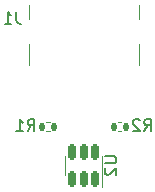
<source format=gbo>
%TF.GenerationSoftware,KiCad,Pcbnew,(7.0.0)*%
%TF.CreationDate,2023-06-19T20:50:28+08:00*%
%TF.ProjectId,87keyboard,38376b65-7962-46f6-9172-642e6b696361,rev?*%
%TF.SameCoordinates,Original*%
%TF.FileFunction,Legend,Bot*%
%TF.FilePolarity,Positive*%
%FSLAX46Y46*%
G04 Gerber Fmt 4.6, Leading zero omitted, Abs format (unit mm)*
G04 Created by KiCad (PCBNEW (7.0.0)) date 2023-06-19 20:50:28*
%MOMM*%
%LPD*%
G01*
G04 APERTURE LIST*
G04 Aperture macros list*
%AMRoundRect*
0 Rectangle with rounded corners*
0 $1 Rounding radius*
0 $2 $3 $4 $5 $6 $7 $8 $9 X,Y pos of 4 corners*
0 Add a 4 corners polygon primitive as box body*
4,1,4,$2,$3,$4,$5,$6,$7,$8,$9,$2,$3,0*
0 Add four circle primitives for the rounded corners*
1,1,$1+$1,$2,$3*
1,1,$1+$1,$4,$5*
1,1,$1+$1,$6,$7*
1,1,$1+$1,$8,$9*
0 Add four rect primitives between the rounded corners*
20,1,$1+$1,$2,$3,$4,$5,0*
20,1,$1+$1,$4,$5,$6,$7,0*
20,1,$1+$1,$6,$7,$8,$9,0*
20,1,$1+$1,$8,$9,$2,$3,0*%
G04 Aperture macros list end*
%ADD10C,0.150000*%
%ADD11C,0.120000*%
%ADD12C,4.400000*%
%ADD13R,1.700000X1.700000*%
%ADD14O,1.700000X1.700000*%
%ADD15C,1.750000*%
%ADD16C,4.250000*%
%ADD17C,3.987800*%
%ADD18C,2.000000*%
%ADD19RoundRect,0.135000X-0.135000X-0.185000X0.135000X-0.185000X0.135000X0.185000X-0.135000X0.185000X0*%
%ADD20C,0.650000*%
%ADD21R,0.600000X1.150000*%
%ADD22R,0.300000X1.150000*%
%ADD23O,1.000000X1.800000*%
%ADD24O,1.000000X2.100000*%
%ADD25C,3.048000*%
%ADD26RoundRect,0.150000X0.150000X-0.512500X0.150000X0.512500X-0.150000X0.512500X-0.150000X-0.512500X0*%
%ADD27RoundRect,0.135000X0.135000X0.185000X-0.135000X0.185000X-0.135000X-0.185000X0.135000X-0.185000X0*%
G04 APERTURE END LIST*
D10*
%TO.C,R1*%
X150184473Y-23115908D02*
X150517806Y-22639718D01*
X150755901Y-23115908D02*
X150755901Y-22115908D01*
X150755901Y-22115908D02*
X150374949Y-22115908D01*
X150374949Y-22115908D02*
X150279711Y-22163528D01*
X150279711Y-22163528D02*
X150232092Y-22211147D01*
X150232092Y-22211147D02*
X150184473Y-22306385D01*
X150184473Y-22306385D02*
X150184473Y-22449242D01*
X150184473Y-22449242D02*
X150232092Y-22544480D01*
X150232092Y-22544480D02*
X150279711Y-22592099D01*
X150279711Y-22592099D02*
X150374949Y-22639718D01*
X150374949Y-22639718D02*
X150755901Y-22639718D01*
X149232092Y-23115908D02*
X149803520Y-23115908D01*
X149517806Y-23115908D02*
X149517806Y-22115908D01*
X149517806Y-22115908D02*
X149613044Y-22258766D01*
X149613044Y-22258766D02*
X149708282Y-22354004D01*
X149708282Y-22354004D02*
X149803520Y-22401623D01*
%TO.C,J1*%
X149240831Y-13019880D02*
X149240831Y-13734166D01*
X149240831Y-13734166D02*
X149288450Y-13877023D01*
X149288450Y-13877023D02*
X149383688Y-13972261D01*
X149383688Y-13972261D02*
X149526545Y-14019880D01*
X149526545Y-14019880D02*
X149621783Y-14019880D01*
X148240831Y-14019880D02*
X148812259Y-14019880D01*
X148526545Y-14019880D02*
X148526545Y-13019880D01*
X148526545Y-13019880D02*
X148621783Y-13162738D01*
X148621783Y-13162738D02*
X148717021Y-13257976D01*
X148717021Y-13257976D02*
X148812259Y-13305595D01*
%TO.C,U2*%
X156707380Y-25273095D02*
X157516904Y-25273095D01*
X157516904Y-25273095D02*
X157612142Y-25320714D01*
X157612142Y-25320714D02*
X157659761Y-25368333D01*
X157659761Y-25368333D02*
X157707380Y-25463571D01*
X157707380Y-25463571D02*
X157707380Y-25654047D01*
X157707380Y-25654047D02*
X157659761Y-25749285D01*
X157659761Y-25749285D02*
X157612142Y-25796904D01*
X157612142Y-25796904D02*
X157516904Y-25844523D01*
X157516904Y-25844523D02*
X156707380Y-25844523D01*
X156802619Y-26273095D02*
X156755000Y-26320714D01*
X156755000Y-26320714D02*
X156707380Y-26415952D01*
X156707380Y-26415952D02*
X156707380Y-26654047D01*
X156707380Y-26654047D02*
X156755000Y-26749285D01*
X156755000Y-26749285D02*
X156802619Y-26796904D01*
X156802619Y-26796904D02*
X156897857Y-26844523D01*
X156897857Y-26844523D02*
X156993095Y-26844523D01*
X156993095Y-26844523D02*
X157135952Y-26796904D01*
X157135952Y-26796904D02*
X157707380Y-26225476D01*
X157707380Y-26225476D02*
X157707380Y-26844523D01*
%TO.C,R2*%
X160045773Y-23126164D02*
X160379106Y-22649974D01*
X160617201Y-23126164D02*
X160617201Y-22126164D01*
X160617201Y-22126164D02*
X160236249Y-22126164D01*
X160236249Y-22126164D02*
X160141011Y-22173784D01*
X160141011Y-22173784D02*
X160093392Y-22221403D01*
X160093392Y-22221403D02*
X160045773Y-22316641D01*
X160045773Y-22316641D02*
X160045773Y-22459498D01*
X160045773Y-22459498D02*
X160093392Y-22554736D01*
X160093392Y-22554736D02*
X160141011Y-22602355D01*
X160141011Y-22602355D02*
X160236249Y-22649974D01*
X160236249Y-22649974D02*
X160617201Y-22649974D01*
X159664820Y-22221403D02*
X159617201Y-22173784D01*
X159617201Y-22173784D02*
X159521963Y-22126164D01*
X159521963Y-22126164D02*
X159283868Y-22126164D01*
X159283868Y-22126164D02*
X159188630Y-22173784D01*
X159188630Y-22173784D02*
X159141011Y-22221403D01*
X159141011Y-22221403D02*
X159093392Y-22316641D01*
X159093392Y-22316641D02*
X159093392Y-22411879D01*
X159093392Y-22411879D02*
X159141011Y-22554736D01*
X159141011Y-22554736D02*
X159712439Y-23126164D01*
X159712439Y-23126164D02*
X159093392Y-23126164D01*
D11*
%TO.C,R1*%
X151769166Y-22368528D02*
X152076448Y-22368528D01*
X151769166Y-23128528D02*
X152076448Y-23128528D01*
%TO.C,J1*%
X150269998Y-13616250D02*
X150269998Y-12466250D01*
X150269998Y-15716250D02*
X150269998Y-17516250D01*
X159609998Y-13616250D02*
X159609998Y-12466250D01*
X159609998Y-15716250D02*
X159609998Y-17516250D01*
%TO.C,U2*%
X153380000Y-26035000D02*
X153380000Y-26835000D01*
X153380000Y-26035000D02*
X153380000Y-25235000D01*
X156500000Y-26035000D02*
X156500000Y-27835000D01*
X156500000Y-26035000D02*
X156500000Y-25235000D01*
%TO.C,R2*%
X158127748Y-23138784D02*
X157820466Y-23138784D01*
X158127748Y-22378784D02*
X157820466Y-22378784D01*
%TD*%
%LPC*%
D12*
%TO.C,H4*%
X169227500Y-125840000D03*
%TD*%
%TO.C,H5*%
X288290000Y-125840000D03*
%TD*%
%TO.C,H1*%
X334527500Y-68540000D03*
%TD*%
%TO.C,H7*%
X331152500Y-29115000D03*
%TD*%
%TO.C,H8*%
X240665000Y-29115000D03*
%TD*%
D13*
%TO.C,J4*%
X71596249Y-22214999D03*
D14*
X71596249Y-19674999D03*
X71596249Y-17134999D03*
X71596249Y-14594999D03*
%TD*%
D12*
%TO.C,H9*%
X71596250Y-29115000D03*
%TD*%
%TO.C,H6*%
X20065000Y-106840000D03*
%TD*%
%TO.C,H3*%
X231140000Y-87640000D03*
%TD*%
%TO.C,H10*%
X178752500Y-34115000D03*
%TD*%
%TO.C,H2*%
X98927500Y-68540000D03*
%TD*%
D13*
%TO.C,J2*%
X15239999Y-32861249D03*
D14*
X15239999Y-35401249D03*
X15239999Y-37941249D03*
X15239999Y-40481249D03*
%TD*%
D13*
%TO.C,J3*%
X14922499Y-87312499D03*
D14*
X14922499Y-89852499D03*
X14922499Y-92392499D03*
X14922499Y-94932499D03*
X14922499Y-97472499D03*
X14922499Y-100012499D03*
X14922499Y-102552499D03*
X14922499Y-105092499D03*
%TD*%
D13*
%TO.C,X1*%
X30162499Y-117474999D03*
D14*
X27622499Y-117474999D03*
X30162499Y-114934999D03*
X27622499Y-114934999D03*
X30162499Y-112394999D03*
X27622499Y-112394999D03*
X30162499Y-109854999D03*
X27622499Y-109854999D03*
X30162499Y-107314999D03*
X27622499Y-107314999D03*
%TD*%
D15*
%TO.C,MX66*%
X107632500Y-21590000D03*
D16*
X102552500Y-26670000D03*
D17*
X102552500Y-21590000D03*
D15*
X97472500Y-21590000D03*
%TD*%
%TO.C,MX3*%
X350520000Y-69215000D03*
D16*
X345440000Y-74295000D03*
D17*
X345440000Y-69215000D03*
D15*
X340360000Y-69215000D03*
%TD*%
%TO.C,MX79*%
X45720000Y-21590000D03*
D16*
X40640000Y-26670000D03*
D17*
X40640000Y-21590000D03*
D15*
X35560000Y-21590000D03*
%TD*%
%TO.C,MX63*%
X131445000Y-88265000D03*
D16*
X126365000Y-93345000D03*
D17*
X126365000Y-88265000D03*
D15*
X121285000Y-88265000D03*
%TD*%
%TO.C,MX8*%
X326707500Y-69215000D03*
D16*
X321627500Y-74295000D03*
D17*
X321627500Y-69215000D03*
D15*
X316547500Y-69215000D03*
%TD*%
%TO.C,MX68*%
X117157500Y-69215000D03*
D16*
X112077500Y-74295000D03*
D17*
X112077500Y-69215000D03*
D15*
X106997500Y-69215000D03*
%TD*%
%TO.C,MX84*%
X26670000Y-21590000D03*
D16*
X21590000Y-26670000D03*
D17*
X21590000Y-21590000D03*
D15*
X16510000Y-21590000D03*
%TD*%
D18*
%TO.C,FID5*%
X356552500Y-35877500D03*
%TD*%
D15*
%TO.C,MX19*%
X288607500Y-69215000D03*
D16*
X283527500Y-74295000D03*
D17*
X283527500Y-69215000D03*
D15*
X278447500Y-69215000D03*
%TD*%
D19*
%TO.C,R1*%
X151412807Y-22748528D03*
X152432807Y-22748528D03*
%TD*%
D15*
%TO.C,MX4*%
X348138750Y-88265000D03*
D16*
X343058750Y-93345000D03*
D17*
X343058750Y-88265000D03*
D15*
X337978750Y-88265000D03*
%TD*%
%TO.C,MX45*%
X193357500Y-69215000D03*
D16*
X188277500Y-74295000D03*
D17*
X188277500Y-69215000D03*
D15*
X183197500Y-69215000D03*
%TD*%
%TO.C,MX27*%
X260032500Y-21590000D03*
D16*
X254952500Y-26670000D03*
D17*
X254952500Y-21590000D03*
D15*
X249872500Y-21590000D03*
%TD*%
%TO.C,MX75*%
X64770000Y-21590000D03*
D16*
X59690000Y-26670000D03*
D17*
X59690000Y-21590000D03*
D15*
X54610000Y-21590000D03*
%TD*%
%TO.C,MX33*%
X231457500Y-21590000D03*
D16*
X226377500Y-26670000D03*
D17*
X226377500Y-21590000D03*
D15*
X221297500Y-21590000D03*
%TD*%
%TO.C,MX23*%
X279082500Y-50165000D03*
D16*
X274002500Y-55245000D03*
D17*
X274002500Y-50165000D03*
D15*
X268922500Y-50165000D03*
%TD*%
%TO.C,MX52*%
X179070000Y-107315000D03*
D16*
X173990000Y-112395000D03*
D17*
X173990000Y-107315000D03*
D15*
X168910000Y-107315000D03*
%TD*%
%TO.C,MX30*%
X245745000Y-88265000D03*
D16*
X240665000Y-93345000D03*
D17*
X240665000Y-88265000D03*
D15*
X235585000Y-88265000D03*
%TD*%
%TO.C,MX42*%
X217170000Y-107315000D03*
D16*
X212090000Y-112395000D03*
D17*
X212090000Y-107315000D03*
D15*
X207010000Y-107315000D03*
%TD*%
D20*
%TO.C,J1*%
X152049998Y-18321250D03*
X157829998Y-18321250D03*
D21*
X151739997Y-19396249D03*
X152539997Y-19396249D03*
D22*
X153689997Y-19396249D03*
X154689997Y-19396249D03*
X155189997Y-19396249D03*
X156189997Y-19396249D03*
D21*
X157339997Y-19396249D03*
X158139997Y-19396249D03*
X158139997Y-19396249D03*
X157339997Y-19396249D03*
D22*
X156689997Y-19396249D03*
X155689997Y-19396249D03*
X154189997Y-19396249D03*
X153189997Y-19396249D03*
D21*
X152539997Y-19396249D03*
X151739997Y-19396249D03*
D23*
X150619997Y-14641249D03*
D24*
X150619997Y-18821249D03*
D23*
X159259997Y-14641249D03*
D24*
X159259997Y-18821249D03*
%TD*%
D15*
%TO.C,MX16*%
X305276250Y-126365000D03*
D16*
X300196250Y-131445000D03*
D17*
X300196250Y-126365000D03*
D15*
X295116250Y-126365000D03*
%TD*%
%TO.C,MX64*%
X140970000Y-107315000D03*
D16*
X135890000Y-112395000D03*
D17*
X135890000Y-107315000D03*
D15*
X130810000Y-107315000D03*
%TD*%
%TO.C,MX87*%
X26670000Y-126365000D03*
D16*
X21590000Y-131445000D03*
D17*
X21590000Y-126365000D03*
D15*
X16510000Y-126365000D03*
%TD*%
%TO.C,MX44*%
X202882500Y-50165000D03*
D16*
X197802500Y-55245000D03*
D17*
X197802500Y-50165000D03*
D15*
X192722500Y-50165000D03*
%TD*%
%TO.C,MX38*%
X212407500Y-21590000D03*
D16*
X207327500Y-26670000D03*
D17*
X207327500Y-21590000D03*
D15*
X202247500Y-21590000D03*
%TD*%
%TO.C,MX35*%
X231457500Y-69215000D03*
D16*
X226377500Y-74295000D03*
D17*
X226377500Y-69215000D03*
D15*
X221297500Y-69215000D03*
%TD*%
%TO.C,MX14*%
X302895000Y-88265000D03*
D16*
X297815000Y-93345000D03*
D17*
X297815000Y-88265000D03*
D15*
X292735000Y-88265000D03*
%TD*%
%TO.C,MX82*%
X45720000Y-107315000D03*
D16*
X40640000Y-112395000D03*
D17*
X40640000Y-107315000D03*
D15*
X35560000Y-107315000D03*
%TD*%
D17*
%TO.C,MX5*%
X350234250Y-115570000D03*
D25*
X350234250Y-100330000D03*
D15*
X343376250Y-107315000D03*
D16*
X338296250Y-112395000D03*
D17*
X338296250Y-107315000D03*
D15*
X333216250Y-107315000D03*
D17*
X326358250Y-115570000D03*
D25*
X326358250Y-100330000D03*
%TD*%
D15*
%TO.C,MX26*%
X274320000Y-107315000D03*
D16*
X269240000Y-112395000D03*
D17*
X269240000Y-107315000D03*
D15*
X264160000Y-107315000D03*
%TD*%
%TO.C,MX80*%
X45720000Y-50165000D03*
D16*
X40640000Y-55245000D03*
D17*
X40640000Y-50165000D03*
D15*
X35560000Y-50165000D03*
%TD*%
%TO.C,MX59*%
X138588750Y-126365000D03*
D16*
X133508750Y-131445000D03*
D17*
X133508750Y-126365000D03*
D15*
X128428750Y-126365000D03*
%TD*%
%TO.C,MX48*%
X174307500Y-21590000D03*
D16*
X169227500Y-26670000D03*
D17*
X169227500Y-21590000D03*
D15*
X164147500Y-21590000D03*
%TD*%
%TO.C,MX46*%
X188595000Y-88265000D03*
D16*
X183515000Y-93345000D03*
D17*
X183515000Y-88265000D03*
D15*
X178435000Y-88265000D03*
%TD*%
%TO.C,MX71*%
X93345000Y-69215000D03*
D16*
X88265000Y-74295000D03*
D17*
X88265000Y-69215000D03*
D15*
X83185000Y-69215000D03*
%TD*%
%TO.C,MX22*%
X279082500Y-21590000D03*
D16*
X274002500Y-26670000D03*
D17*
X274002500Y-21590000D03*
D15*
X268922500Y-21590000D03*
%TD*%
%TO.C,MX39*%
X221932500Y-50165000D03*
D16*
X216852500Y-55245000D03*
D17*
X216852500Y-50165000D03*
D15*
X211772500Y-50165000D03*
%TD*%
D26*
%TO.C,U2*%
X155890000Y-27172500D03*
X154940000Y-27172500D03*
X153990000Y-27172500D03*
X153990000Y-24897500D03*
X154940000Y-24897500D03*
X155890000Y-24897500D03*
%TD*%
D15*
%TO.C,MX11*%
X317182500Y-21590000D03*
D16*
X312102500Y-26670000D03*
D17*
X312102500Y-21590000D03*
D15*
X307022500Y-21590000D03*
%TD*%
%TO.C,MX25*%
X264795000Y-88265000D03*
D16*
X259715000Y-93345000D03*
D17*
X259715000Y-88265000D03*
D15*
X254635000Y-88265000D03*
%TD*%
%TO.C,MX6*%
X352901250Y-126365000D03*
D16*
X347821250Y-131445000D03*
D17*
X347821250Y-126365000D03*
D15*
X342741250Y-126365000D03*
%TD*%
%TO.C,MX31*%
X255270000Y-107315000D03*
D16*
X250190000Y-112395000D03*
D17*
X250190000Y-107315000D03*
D15*
X245110000Y-107315000D03*
%TD*%
%TO.C,MX37*%
X236220000Y-107315000D03*
D16*
X231140000Y-112395000D03*
D17*
X231140000Y-107315000D03*
D15*
X226060000Y-107315000D03*
%TD*%
%TO.C,MX40*%
X212407500Y-69215000D03*
D16*
X207327500Y-74295000D03*
D17*
X207327500Y-69215000D03*
D15*
X202247500Y-69215000D03*
%TD*%
%TO.C,MX9*%
X321945000Y-88265000D03*
D16*
X316865000Y-93345000D03*
D17*
X316865000Y-88265000D03*
D15*
X311785000Y-88265000D03*
%TD*%
D18*
%TO.C,FID4*%
X50165000Y-17621250D03*
%TD*%
D15*
%TO.C,MX81*%
X45720000Y-69215000D03*
D16*
X40640000Y-74295000D03*
D17*
X40640000Y-69215000D03*
D15*
X35560000Y-69215000D03*
%TD*%
D17*
%TO.C,MX72*%
X107346750Y-96513050D03*
D25*
X107346750Y-81273050D03*
D15*
X100488750Y-88258050D03*
D16*
X95408750Y-93338050D03*
D17*
X95408750Y-88258050D03*
D15*
X90328750Y-88258050D03*
D17*
X83470750Y-96513050D03*
D25*
X83470750Y-81273050D03*
%TD*%
D15*
%TO.C,MX13*%
X307657500Y-69215000D03*
D16*
X302577500Y-74295000D03*
D17*
X302577500Y-69215000D03*
D15*
X297497500Y-69215000D03*
%TD*%
%TO.C,MX60*%
X126682500Y-21590000D03*
D16*
X121602500Y-26670000D03*
D17*
X121602500Y-21590000D03*
D15*
X116522500Y-21590000D03*
%TD*%
%TO.C,MX77*%
X64770000Y-69215000D03*
D16*
X59690000Y-74295000D03*
D17*
X59690000Y-69215000D03*
D15*
X54610000Y-69215000D03*
%TD*%
%TO.C,MX58*%
X160020000Y-107315000D03*
D16*
X154940000Y-112395000D03*
D17*
X154940000Y-107315000D03*
D15*
X149860000Y-107315000D03*
%TD*%
%TO.C,MX56*%
X155257500Y-69215000D03*
D16*
X150177500Y-74295000D03*
D17*
X150177500Y-69215000D03*
D15*
X145097500Y-69215000D03*
%TD*%
%TO.C,MX36*%
X226695000Y-88265000D03*
D16*
X221615000Y-93345000D03*
D17*
X221615000Y-88265000D03*
D15*
X216535000Y-88265000D03*
%TD*%
D17*
%TO.C,MX73*%
X112109250Y-115570000D03*
D25*
X112109250Y-100330000D03*
D15*
X105251250Y-107315000D03*
D16*
X100171250Y-112395000D03*
D17*
X100171250Y-107315000D03*
D15*
X95091250Y-107315000D03*
D17*
X88233250Y-115570000D03*
D25*
X88233250Y-100330000D03*
%TD*%
D15*
%TO.C,MX54*%
X145732500Y-21590000D03*
D16*
X140652500Y-26670000D03*
D17*
X140652500Y-21590000D03*
D15*
X135572500Y-21590000D03*
%TD*%
%TO.C,MX74*%
X90963750Y-126365000D03*
D16*
X85883750Y-131445000D03*
D17*
X85883750Y-126365000D03*
D15*
X80803750Y-126365000D03*
%TD*%
%TO.C,MX2*%
X355282500Y-50165000D03*
D16*
X350202500Y-55245000D03*
D17*
X350202500Y-50165000D03*
D15*
X345122500Y-50165000D03*
%TD*%
D27*
%TO.C,R2*%
X158484107Y-22758784D03*
X157464107Y-22758784D03*
%TD*%
D15*
%TO.C,MX49*%
X183832500Y-50165000D03*
D16*
X178752500Y-55245000D03*
D17*
X178752500Y-50165000D03*
D15*
X173672500Y-50165000D03*
%TD*%
%TO.C,MX10*%
X329088750Y-126365000D03*
D16*
X324008750Y-131445000D03*
D17*
X324008750Y-126365000D03*
D15*
X318928750Y-126365000D03*
%TD*%
%TO.C,MX34*%
X240982500Y-50165000D03*
D16*
X235902500Y-55245000D03*
D17*
X235902500Y-50165000D03*
D15*
X230822500Y-50165000D03*
%TD*%
%TO.C,MX85*%
X26670000Y-50165000D03*
D16*
X21590000Y-55245000D03*
D17*
X21590000Y-50165000D03*
D15*
X16510000Y-50165000D03*
%TD*%
D17*
%TO.C,MX32*%
X278758650Y-134613050D03*
D25*
X278758650Y-119373050D03*
D15*
X233838750Y-126358050D03*
D16*
X228758750Y-131438050D03*
D17*
X228758750Y-126358050D03*
D15*
X223678750Y-126358050D03*
D17*
X178758850Y-134613050D03*
D25*
X178758850Y-119373050D03*
%TD*%
D15*
%TO.C,MX43*%
X193357500Y-21590000D03*
D16*
X188277500Y-26670000D03*
D17*
X188277500Y-21590000D03*
D15*
X183197500Y-21590000D03*
%TD*%
%TO.C,MX21*%
X293370000Y-107315000D03*
D16*
X288290000Y-112395000D03*
D17*
X288290000Y-107315000D03*
D15*
X283210000Y-107315000D03*
%TD*%
%TO.C,MX15*%
X312420000Y-107315000D03*
D16*
X307340000Y-112395000D03*
D17*
X307340000Y-107315000D03*
D15*
X302260000Y-107315000D03*
%TD*%
%TO.C,MX18*%
X298132500Y-50165000D03*
D16*
X293052500Y-55245000D03*
D17*
X293052500Y-50165000D03*
D15*
X287972500Y-50165000D03*
%TD*%
%TO.C,MX17*%
X298132500Y-21590000D03*
D16*
X293052500Y-26670000D03*
D17*
X293052500Y-21590000D03*
D15*
X287972500Y-21590000D03*
%TD*%
%TO.C,MX41*%
X207645000Y-88265000D03*
D16*
X202565000Y-93345000D03*
D17*
X202565000Y-88265000D03*
D15*
X197485000Y-88265000D03*
%TD*%
%TO.C,MX69*%
X88582500Y-21590000D03*
D16*
X83502500Y-26670000D03*
D17*
X83502500Y-21590000D03*
D15*
X78422500Y-21590000D03*
%TD*%
%TO.C,MX76*%
X64770000Y-50165000D03*
D16*
X59690000Y-55245000D03*
D17*
X59690000Y-50165000D03*
D15*
X54610000Y-50165000D03*
%TD*%
%TO.C,MX78*%
X64770000Y-126365000D03*
D16*
X59690000Y-131445000D03*
D17*
X59690000Y-126365000D03*
D15*
X54610000Y-126365000D03*
%TD*%
%TO.C,MX65*%
X114776250Y-126365000D03*
D16*
X109696250Y-131445000D03*
D17*
X109696250Y-126365000D03*
D15*
X104616250Y-126365000D03*
%TD*%
%TO.C,MX7*%
X336232500Y-50165000D03*
D16*
X331152500Y-55245000D03*
D17*
X331152500Y-50165000D03*
D15*
X326072500Y-50165000D03*
%TD*%
D17*
%TO.C,MX70*%
X104965500Y-58420000D03*
D25*
X104965500Y-43180000D03*
D15*
X98107500Y-50165000D03*
D16*
X93027500Y-55245000D03*
D17*
X93027500Y-50165000D03*
D15*
X87947500Y-50165000D03*
D17*
X81089500Y-58420000D03*
D25*
X81089500Y-43180000D03*
%TD*%
D15*
%TO.C,MX50*%
X174307500Y-69215000D03*
D16*
X169227500Y-74295000D03*
D17*
X169227500Y-69215000D03*
D15*
X164147500Y-69215000D03*
%TD*%
%TO.C,MX61*%
X145732500Y-50165000D03*
D16*
X140652500Y-55245000D03*
D17*
X140652500Y-50165000D03*
D15*
X135572500Y-50165000D03*
%TD*%
%TO.C,MX53*%
X162401250Y-126365000D03*
D16*
X157321250Y-131445000D03*
D17*
X157321250Y-126365000D03*
D15*
X152241250Y-126365000D03*
%TD*%
%TO.C,MX20*%
X283845000Y-88265000D03*
D16*
X278765000Y-93345000D03*
D17*
X278765000Y-88265000D03*
D15*
X273685000Y-88265000D03*
%TD*%
D18*
%TO.C,FID6*%
X337343750Y-120173750D03*
%TD*%
D15*
%TO.C,MX57*%
X150495000Y-88265000D03*
D16*
X145415000Y-93345000D03*
D17*
X145415000Y-88265000D03*
D15*
X140335000Y-88265000D03*
%TD*%
%TO.C,MX12*%
X317182500Y-50165000D03*
D16*
X312102500Y-55245000D03*
D17*
X312102500Y-50165000D03*
D15*
X307022500Y-50165000D03*
%TD*%
%TO.C,MX47*%
X198120000Y-107315000D03*
D16*
X193040000Y-112395000D03*
D17*
X193040000Y-107315000D03*
D15*
X187960000Y-107315000D03*
%TD*%
%TO.C,MX55*%
X164782500Y-50165000D03*
D16*
X159702500Y-55245000D03*
D17*
X159702500Y-50165000D03*
D15*
X154622500Y-50165000D03*
%TD*%
%TO.C,MX86*%
X26670000Y-69215000D03*
D16*
X21590000Y-74295000D03*
D17*
X21590000Y-69215000D03*
D15*
X16510000Y-69215000D03*
%TD*%
%TO.C,MX83*%
X45720000Y-126365000D03*
D16*
X40640000Y-131445000D03*
D17*
X40640000Y-126365000D03*
D15*
X35560000Y-126365000D03*
%TD*%
%TO.C,MX1*%
X355282500Y-21590000D03*
D16*
X350202500Y-26670000D03*
D17*
X350202500Y-21590000D03*
D15*
X345122500Y-21590000D03*
%TD*%
%TO.C,MX29*%
X250507500Y-69215000D03*
D16*
X245427500Y-74295000D03*
D17*
X245427500Y-69215000D03*
D15*
X240347500Y-69215000D03*
%TD*%
%TO.C,MX28*%
X260032500Y-50165000D03*
D16*
X254952500Y-55245000D03*
D17*
X254952500Y-50165000D03*
D15*
X249872500Y-50165000D03*
%TD*%
%TO.C,MX62*%
X136207500Y-69215000D03*
D16*
X131127500Y-74295000D03*
D17*
X131127500Y-69215000D03*
D15*
X126047500Y-69215000D03*
%TD*%
%TO.C,MX51*%
X169545000Y-88265000D03*
D16*
X164465000Y-93345000D03*
D17*
X164465000Y-88265000D03*
D15*
X159385000Y-88265000D03*
%TD*%
%TO.C,MX24*%
X269557500Y-69215000D03*
D16*
X264477500Y-74295000D03*
D17*
X264477500Y-69215000D03*
D15*
X259397500Y-69215000D03*
%TD*%
%TO.C,MX67*%
X126682500Y-50165000D03*
D16*
X121602500Y-55245000D03*
D17*
X121602500Y-50165000D03*
D15*
X116522500Y-50165000D03*
%TD*%
M02*

</source>
